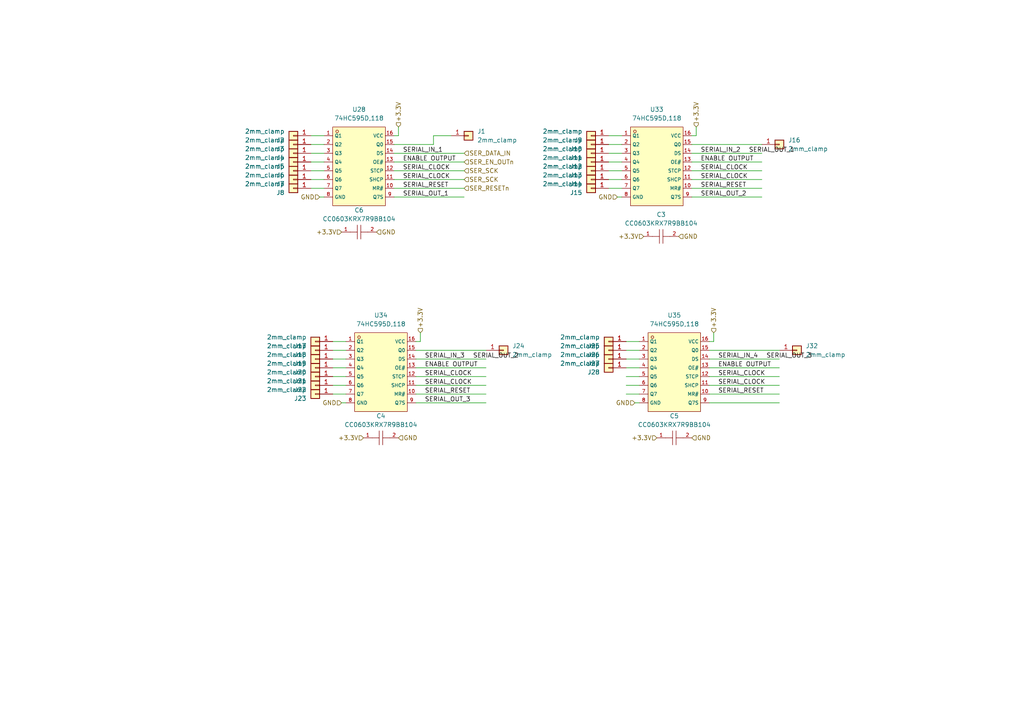
<source format=kicad_sch>
(kicad_sch (version 20230121) (generator eeschema)
  (paper "A4")
  (lib_symbols
    (symbol "74HC595D,118:74HC595D,118"
      (property "Reference" "U" (at 0 1.27 0))
      (property "Value" "74HC595D,118" (at 0 -2.54 0))
      (symbol "74HC595D,118_0_1"
        (rectangle (start -7.62 11.43) (end 7.62 -11.43) (fill (type background)))
        (circle (center -6.35 10.16) (radius 0.381) (fill (type background)))
        (pin unspecified line (at -10.16 8.89 0) (length 2.54) (name "Q1") (number "1"))
        (pin unspecified line (at 10.16 -6.35 180) (length 2.54) (name "MR#") (number "10"))
        (pin unspecified line (at 10.16 -3.81 180) (length 2.54) (name "SHCP") (number "11"))
        (pin unspecified line (at 10.16 -1.27 180) (length 2.54) (name "STCP") (number "12"))
        (pin unspecified line (at 10.16 1.27 180) (length 2.54) (name "OE#") (number "13"))
        (pin unspecified line (at 10.16 3.81 180) (length 2.54) (name "DS") (number "14"))
        (pin unspecified line (at 10.16 6.35 180) (length 2.54) (name "Q0") (number "15"))
        (pin unspecified line (at 10.16 8.89 180) (length 2.54) (name "VCC") (number "16"))
        (pin unspecified line (at -10.16 6.35 0) (length 2.54) (name "Q2") (number "2"))
        (pin unspecified line (at -10.16 3.81 0) (length 2.54) (name "Q3") (number "3"))
        (pin unspecified line (at -10.16 1.27 0) (length 2.54) (name "Q4") (number "4"))
        (pin unspecified line (at -10.16 -1.27 0) (length 2.54) (name "Q5") (number "5"))
        (pin unspecified line (at -10.16 -3.81 0) (length 2.54) (name "Q6") (number "6"))
        (pin unspecified line (at -10.16 -6.35 0) (length 2.54) (name "Q7") (number "7"))
        (pin unspecified line (at -10.16 -8.89 0) (length 2.54) (name "GND") (number "8"))
        (pin unspecified line (at 10.16 -8.89 180) (length 2.54) (name "Q7S") (number "9"))
      )
    )
    (symbol "CC0603KRX7R9BB104:CC0603KRX7R9BB104" (pin_names hide)
      (property "Reference" "C" (at 0 1.27 0))
      (property "Value" "CC0603KRX7R9BB104" (at 0 -2.54 0))
      (symbol "CC0603KRX7R9BB104_0_1"
        (polyline (pts (xy -0.508 -2.032) (xy -0.508 2.032)))
        (polyline (pts (xy -0.508 0) (xy -2.54 0)))
        (polyline (pts (xy 0.508 2.032) (xy 0.508 -2.032)))
        (polyline (pts (xy 2.54 0) (xy 0.508 0)))
        (pin unspecified line (at -5.08 0 0) (length 2.54) (name "1") (number "1"))
        (pin unspecified line (at 5.08 0 180) (length 2.54) (name "2") (number "2"))
      )
    )
    (symbol "fun_box:2mm_clamp" (pin_names (offset 1.016) hide)
      (property "Reference" "J" (at 0 2.54 0))
      (property "Value" "2mm_clamp" (at 0 -2.54 0))
      (symbol "2mm_clamp_1_1"
        (rectangle (start -1.27 0.127) (end 0 -0.127) (stroke (width 0.1524)))
        (rectangle (start -1.27 1.27) (end 1.27 -1.27) (stroke (width 0.254)) (fill (type background)))
        (pin passive line (at -5.08 0 0) (length 3.81) (name "Pin_1") (number "1"))
      )
    )
  )
  (wire (pts (xy 207.01 99.06) (xy 205.74 99.06)))
  (wire (pts (xy 96.52 111.76) (xy 100.33 111.76)))
  (wire (pts (xy 114.3 44.45) (xy 134.62 44.45)))
  (wire (pts (xy 181.61 101.6) (xy 185.42 101.6)))
  (wire (pts (xy 205.74 111.76) (xy 226.06 111.76)))
  (wire (pts (xy 90.17 44.45) (xy 93.98 44.45)))
  (wire (pts (xy 181.61 109.22) (xy 185.42 109.22)))
  (wire (pts (xy 90.17 41.91) (xy 93.98 41.91)))
  (wire (pts (xy 176.53 41.91) (xy 180.34 41.91)))
  (wire (pts (xy 96.52 106.68) (xy 100.33 106.68)))
  (wire (pts (xy 120.65 111.76) (xy 140.97 111.76)))
  (wire (pts (xy 114.3 46.99) (xy 134.62 46.99)))
  (wire (pts (xy 96.52 101.6) (xy 100.33 101.6)))
  (wire (pts (xy 205.74 116.84) (xy 226.06 116.84)))
  (wire (pts (xy 125.73 41.91) (xy 114.3 41.91)))
  (wire (pts (xy 200.66 49.53) (xy 220.98 49.53)))
  (wire (pts (xy 226.06 101.6) (xy 205.74 101.6)))
  (wire (pts (xy 114.3 49.53) (xy 134.62 49.53)))
  (wire (pts (xy 96.52 99.06) (xy 100.33 99.06)))
  (wire (pts (xy 176.53 39.37) (xy 180.34 39.37)))
  (wire (pts (xy 205.74 114.3) (xy 226.06 114.3)))
  (wire (pts (xy 130.81 39.37) (xy 125.73 39.37)))
  (wire (pts (xy 120.65 109.22) (xy 140.97 109.22)))
  (wire (pts (xy 176.53 46.99) (xy 180.34 46.99)))
  (wire (pts (xy 181.61 114.3) (xy 185.42 114.3)))
  (wire (pts (xy 181.61 111.76) (xy 185.42 111.76)))
  (wire (pts (xy 115.57 36.83) (xy 115.57 39.37)))
  (wire (pts (xy 176.53 54.61) (xy 180.34 54.61)))
  (wire (pts (xy 114.3 52.07) (xy 134.62 52.07)))
  (wire (pts (xy 96.52 114.3) (xy 100.33 114.3)))
  (wire (pts (xy 181.61 99.06) (xy 185.42 99.06)))
  (wire (pts (xy 205.74 106.68) (xy 226.06 106.68)))
  (wire (pts (xy 120.65 116.84) (xy 140.97 116.84)))
  (wire (pts (xy 99.06 116.84) (xy 100.33 116.84)))
  (wire (pts (xy 90.17 39.37) (xy 93.98 39.37)))
  (wire (pts (xy 90.17 52.07) (xy 93.98 52.07)))
  (wire (pts (xy 200.66 52.07) (xy 220.98 52.07)))
  (wire (pts (xy 120.65 114.3) (xy 140.97 114.3)))
  (wire (pts (xy 140.97 101.6) (xy 120.65 101.6)))
  (wire (pts (xy 92.71 57.15) (xy 93.98 57.15)))
  (wire (pts (xy 96.52 104.14) (xy 100.33 104.14)))
  (wire (pts (xy 200.66 46.99) (xy 220.98 46.99)))
  (wire (pts (xy 114.3 57.15) (xy 134.62 57.15)))
  (wire (pts (xy 200.66 54.61) (xy 220.98 54.61)))
  (wire (pts (xy 114.3 54.61) (xy 134.62 54.61)))
  (wire (pts (xy 181.61 104.14) (xy 185.42 104.14)))
  (wire (pts (xy 96.52 109.22) (xy 100.33 109.22)))
  (wire (pts (xy 176.53 49.53) (xy 180.34 49.53)))
  (wire (pts (xy 120.65 104.14) (xy 140.97 104.14)))
  (wire (pts (xy 115.57 39.37) (xy 114.3 39.37)))
  (wire (pts (xy 125.73 39.37) (xy 125.73 41.91)))
  (wire (pts (xy 121.92 99.06) (xy 120.65 99.06)))
  (wire (pts (xy 205.74 104.14) (xy 226.06 104.14)))
  (wire (pts (xy 184.15 116.84) (xy 185.42 116.84)))
  (wire (pts (xy 207.01 96.52) (xy 207.01 99.06)))
  (wire (pts (xy 179.07 57.15) (xy 180.34 57.15)))
  (wire (pts (xy 121.92 96.52) (xy 121.92 99.06)))
  (wire (pts (xy 176.53 44.45) (xy 180.34 44.45)))
  (wire (pts (xy 201.93 36.83) (xy 201.93 39.37)))
  (wire (pts (xy 205.74 109.22) (xy 226.06 109.22)))
  (wire (pts (xy 90.17 54.61) (xy 93.98 54.61)))
  (wire (pts (xy 220.98 41.91) (xy 200.66 41.91)))
  (wire (pts (xy 200.66 57.15) (xy 220.98 57.15)))
  (wire (pts (xy 90.17 49.53) (xy 93.98 49.53)))
  (wire (pts (xy 201.93 39.37) (xy 200.66 39.37)))
  (wire (pts (xy 120.65 106.68) (xy 140.97 106.68)))
  (wire (pts (xy 90.17 46.99) (xy 93.98 46.99)))
  (wire (pts (xy 200.66 44.45) (xy 220.98 44.45)))
  (wire (pts (xy 181.61 106.68) (xy 185.42 106.68)))
  (wire (pts (xy 176.53 52.07) (xy 180.34 52.07)))
  (label "SERIAL_CLOCK" (at 203.2 49.53 0))
  (label "SERIAL_CLOCK" (at 208.28 109.22 0))
  (label "SERIAL_CLOCK" (at 116.84 52.07 0))
  (label "SERIAL_OUT_3" (at 222.25 104.14 0))
  (label "SERIAL_OUT_3" (at 123.19 116.84 0))
  (label "SERIAL_OUT_2" (at 203.2 57.15 0))
  (label "SERIAL_RESET" (at 123.19 114.3 0))
  (label "SERIAL_IN_1" (at 116.84 44.45 0))
  (label "SERIAL_CLOCK" (at 208.28 111.76 0))
  (label "ENABLE OUTPUT" (at 116.84 46.99 0))
  (label "ENABLE OUTPUT" (at 123.19 106.68 0))
  (label "SERIAL_OUT_2" (at 137.16 104.14 0))
  (label "SERIAL_RESET" (at 203.2 54.61 0))
  (label "SERIAL_CLOCK" (at 116.84 49.53 0))
  (label "SERIAL_OUT_1" (at 116.84 57.15 0))
  (label "SERIAL_CLOCK" (at 203.2 52.07 0))
  (label "SERIAL_IN_4" (at 208.28 104.14 0))
  (label "ENABLE OUTPUT" (at 203.2 46.99 0))
  (label "SERIAL_RESET" (at 208.28 114.3 0))
  (label "SERIAL_CLOCK" (at 123.19 109.22 0))
  (label "SERIAL_IN_2" (at 203.2 44.45 0))
  (label "SERIAL_CLOCK" (at 123.19 111.76 0))
  (label "SERIAL_IN_3" (at 123.19 104.14 0))
  (label "SERIAL_RESET" (at 116.84 54.61 0))
  (label "ENABLE OUTPUT" (at 208.28 106.68 0))
  (label "SERIAL_OUT_1" (at 217.17 44.45 0))
  (hierarchical_label "SER_RESETn" (shape input) (at 134.62 54.61 0))
  (hierarchical_label "+3.3V" (shape input) (at 201.93 36.83 90))
  (hierarchical_label "+3.3V" (shape input) (at 105.41 127 180))
  (hierarchical_label "+3.3V" (shape input) (at 99.06 67.31 180))
  (hierarchical_label "SER_EN_OUTn" (shape input) (at 134.62 46.99 0))
  (hierarchical_label "SER_SCK" (shape input) (at 134.62 49.53 0))
  (hierarchical_label "+3.3V" (shape input) (at 115.57 36.83 90))
  (hierarchical_label "GND" (shape input) (at 196.85 68.58 0))
  (hierarchical_label "GND" (shape input) (at 115.57 127 0))
  (hierarchical_label "+3.3V" (shape input) (at 186.69 68.58 180))
  (hierarchical_label "GND" (shape input) (at 184.15 116.84 180))
  (hierarchical_label "+3.3V" (shape input) (at 190.5 127 180))
  (hierarchical_label "+3.3V" (shape input) (at 121.92 96.52 90))
  (hierarchical_label "+3.3V" (shape input) (at 207.01 96.52 90))
  (hierarchical_label "GND" (shape input) (at 179.07 57.15 180))
  (hierarchical_label "GND" (shape input) (at 99.06 116.84 180))
  (hierarchical_label "GND" (shape input) (at 200.66 127 0))
  (hierarchical_label "GND" (shape input) (at 92.71 57.15 180))
  (hierarchical_label "SER_DATA_IN" (shape input) (at 134.62 44.45 0))
  (hierarchical_label "GND" (shape input) (at 109.22 67.31 0))
  (hierarchical_label "SER_SCK" (shape input) (at 134.62 52.07 0))
  (symbol (lib_id "fun_box:2mm_clamp") (at 146.05 101.6 0) (unit 1)
    (property "Reference" "J24" (at 148.59 100.33 0) (effects (justify left)))
    (property "Value" "2mm_clamp" (at 148.59 102.87 0) (effects (justify left)))
    (property "Footprint" "Fun_box:2mm testlead, screw-clamp" (effects hide))
    (property "Datasheet" "https://www.aliexpress.com/item/1005003745780405.html?spm=a2g0o.order_list.order_list_main.12.1f5c18020OVUCx" (effects hide))
    (instances (project "Fun_Box" (path "" (reference "J24") (unit 1)) (path "" (reference "J24") (unit 1)) (path "" (reference "J24") (unit 1)) (path "" (reference "J45") (unit 1))))
  )
  (symbol (lib_id "CC0603KRX7R9BB104:CC0603KRX7R9BB104") (at 104.14 67.31 0) (unit 1)
    (property "Reference" "C6" (at 104.14 60.96 0))
    (property "Value" "CC0603KRX7R9BB104" (at 104.14 63.5 0))
    (property "Footprint" "footprint:C0603" (effects hide))
    (property "Datasheet" "https://item.szlcsc.com/362304.html" (effects hide))
    (property "LCSC" "C14663" (effects hide))
    (instances (project "Fun_Box" (path "" (reference "C6") (unit 1)) (path "" (reference "C1") (unit 1)) (path "" (reference "C1") (unit 1)) (path "" (reference "C16") (unit 1))))
  )
  (symbol (lib_id "fun_box:2mm_clamp") (at 231.14 101.6 0) (unit 1)
    (property "Reference" "J32" (at 233.68 100.33 0) (effects (justify left)))
    (property "Value" "2mm_clamp" (at 233.68 102.87 0) (effects (justify left)))
    (property "Footprint" "Fun_box:2mm testlead, screw-clamp" (effects hide))
    (property "Datasheet" "https://www.aliexpress.com/item/1005003745780405.html?spm=a2g0o.order_list.order_list_main.12.1f5c18020OVUCx" (effects hide))
    (instances (project "Fun_Box" (path "" (reference "J32") (unit 1)) (path "" (reference "J29") (unit 1)) (path "" (reference "J29") (unit 1)) (path "" (reference "J58") (unit 1))))
  )
  (symbol (lib_id "fun_box:2mm_clamp") (at 171.45 44.45 180) (unit 1)
    (property "Reference" "J11" (at 168.91 45.72 0) (effects (justify left)))
    (property "Value" "2mm_clamp" (at 168.91 43.18 0) (effects (justify left)))
    (property "Footprint" "Fun_box:2mm testlead, screw-clamp" (effects hide))
    (property "Datasheet" "https://www.aliexpress.com/item/1005003745780405.html?spm=a2g0o.order_list.order_list_main.12.1f5c18020OVUCx" (effects hide))
    (instances (project "Fun_Box" (path "" (reference "J11") (unit 1)) (path "" (reference "J11") (unit 1)) (path "" (reference "J11") (unit 1)) (path "" (reference "J48") (unit 1))))
  )
  (symbol (lib_id "74HC595D,118:74HC595D,118") (at 195.58 107.95 0) (unit 1)
    (property "Reference" "U35" (at 195.58 91.44 0))
    (property "Value" "74HC595D,118" (at 195.58 93.98 0))
    (property "Footprint" "footprint:SOIC-16_L9.9-W3.9-P1.27-LS6.0-BL" (effects hide))
    (property "Datasheet" "http://datasheet.octopart.com/MC14076BDR2G-ON-Semiconductor-datasheet-608107.pdf" (effects hide))
    (property "LCSC" "C5947" (effects hide))
    (instances (project "Fun_Box" (path "" (reference "U35") (unit 1)) (path "" (reference "U40") (unit 1)) (path "" (reference "U40") (unit 1)) (path "" (reference "U58") (unit 1))))
  )
  (symbol (lib_id "fun_box:2mm_clamp") (at 91.44 104.14 180) (unit 1)
    (property "Reference" "J19" (at 88.9 105.41 0) (effects (justify left)))
    (property "Value" "2mm_clamp" (at 88.9 102.87 0) (effects (justify left)))
    (property "Footprint" "Fun_box:2mm testlead, screw-clamp" (effects hide))
    (property "Datasheet" "https://www.aliexpress.com/item/1005003745780405.html?spm=a2g0o.order_list.order_list_main.12.1f5c18020OVUCx" (effects hide))
    (instances (project "Fun_Box" (path "" (reference "J19") (unit 1)) (path "" (reference "J19") (unit 1)) (path "" (reference "J19") (unit 1)) (path "" (reference "J39") (unit 1))))
  )
  (symbol (lib_id "fun_box:2mm_clamp") (at 91.44 99.06 180) (unit 1)
    (property "Reference" "J17" (at 88.9 100.33 0) (effects (justify left)))
    (property "Value" "2mm_clamp" (at 88.9 97.79 0) (effects (justify left)))
    (property "Footprint" "Fun_box:2mm testlead, screw-clamp" (effects hide))
    (property "Datasheet" "https://www.aliexpress.com/item/1005003745780405.html?spm=a2g0o.order_list.order_list_main.12.1f5c18020OVUCx" (effects hide))
    (instances (project "Fun_Box" (path "" (reference "J17") (unit 1)) (path "" (reference "J17") (unit 1)) (path "" (reference "J17") (unit 1)) (path "" (reference "J37") (unit 1))))
  )
  (symbol (lib_id "fun_box:2mm_clamp") (at 91.44 106.68 180) (unit 1)
    (property "Reference" "J20" (at 88.9 107.95 0) (effects (justify left)))
    (property "Value" "2mm_clamp" (at 88.9 105.41 0) (effects (justify left)))
    (property "Footprint" "Fun_box:2mm testlead, screw-clamp" (effects hide))
    (property "Datasheet" "https://www.aliexpress.com/item/1005003745780405.html?spm=a2g0o.order_list.order_list_main.12.1f5c18020OVUCx" (effects hide))
    (instances (project "Fun_Box" (path "" (reference "J20") (unit 1)) (path "" (reference "J20") (unit 1)) (path "" (reference "J20") (unit 1)) (path "" (reference "J40") (unit 1))))
  )
  (symbol (lib_id "CC0603KRX7R9BB104:CC0603KRX7R9BB104") (at 191.77 68.58 0) (unit 1)
    (property "Reference" "C3" (at 191.77 62.23 0))
    (property "Value" "CC0603KRX7R9BB104" (at 191.77 64.77 0))
    (property "Footprint" "footprint:C0603" (effects hide))
    (property "Datasheet" "https://item.szlcsc.com/362304.html" (effects hide))
    (property "LCSC" "C14663" (effects hide))
    (instances (project "Fun_Box" (path "" (reference "C3") (unit 1)) (path "" (reference "C4") (unit 1)) (path "" (reference "C4") (unit 1)) (path "" (reference "C18") (unit 1))))
  )
  (symbol (lib_id "fun_box:2mm_clamp") (at 176.53 101.6 180) (unit 1)
    (property "Reference" "J26" (at 173.99 102.87 0) (effects (justify left)))
    (property "Value" "2mm_clamp" (at 173.99 100.33 0) (effects (justify left)))
    (property "Footprint" "Fun_box:2mm testlead, screw-clamp" (effects hide))
    (property "Datasheet" "https://www.aliexpress.com/item/1005003745780405.html?spm=a2g0o.order_list.order_list_main.12.1f5c18020OVUCx" (effects hide))
    (instances (project "Fun_Box" (path "" (reference "J26") (unit 1)) (path "" (reference "J26") (unit 1)) (path "" (reference "J26") (unit 1)) (path "" (reference "J54") (unit 1))))
  )
  (symbol (lib_id "fun_box:2mm_clamp") (at 171.45 52.07 180) (unit 1)
    (property "Reference" "J14" (at 168.91 53.34 0) (effects (justify left)))
    (property "Value" "2mm_clamp" (at 168.91 50.8 0) (effects (justify left)))
    (property "Footprint" "Fun_box:2mm testlead, screw-clamp" (effects hide))
    (property "Datasheet" "https://www.aliexpress.com/item/1005003745780405.html?spm=a2g0o.order_list.order_list_main.12.1f5c18020OVUCx" (effects hide))
    (instances (project "Fun_Box" (path "" (reference "J14") (unit 1)) (path "" (reference "J14") (unit 1)) (path "" (reference "J14") (unit 1)) (path "" (reference "J51") (unit 1))))
  )
  (symbol (lib_id "fun_box:2mm_clamp") (at 85.09 46.99 180) (unit 1)
    (property "Reference" "J5" (at 82.55 48.26 0) (effects (justify left)))
    (property "Value" "2mm_clamp" (at 82.55 45.72 0) (effects (justify left)))
    (property "Footprint" "Fun_box:2mm testlead, screw-clamp" (effects hide))
    (property "Datasheet" "https://www.aliexpress.com/item/1005003745780405.html?spm=a2g0o.order_list.order_list_main.12.1f5c18020OVUCx" (effects hide))
    (instances (project "Fun_Box" (path "" (reference "J5") (unit 1)) (path "" (reference "J4") (unit 1)) (path "" (reference "J4") (unit 1)) (path "" (reference "J33") (unit 1))))
  )
  (symbol (lib_id "fun_box:2mm_clamp") (at 85.09 52.07 180) (unit 1)
    (property "Reference" "J7" (at 82.55 53.34 0) (effects (justify left)))
    (property "Value" "2mm_clamp" (at 82.55 50.8 0) (effects (justify left)))
    (property "Footprint" "Fun_box:2mm testlead, screw-clamp" (effects hide))
    (property "Datasheet" "https://www.aliexpress.com/item/1005003745780405.html?spm=a2g0o.order_list.order_list_main.12.1f5c18020OVUCx" (effects hide))
    (instances (project "Fun_Box" (path "" (reference "J7") (unit 1)) (path "" (reference "J6") (unit 1)) (path "" (reference "J6") (unit 1)) (path "" (reference "J35") (unit 1))))
  )
  (symbol (lib_id "fun_box:2mm_clamp") (at 171.45 46.99 180) (unit 1)
    (property "Reference" "J12" (at 168.91 48.26 0) (effects (justify left)))
    (property "Value" "2mm_clamp" (at 168.91 45.72 0) (effects (justify left)))
    (property "Footprint" "Fun_box:2mm testlead, screw-clamp" (effects hide))
    (property "Datasheet" "https://www.aliexpress.com/item/1005003745780405.html?spm=a2g0o.order_list.order_list_main.12.1f5c18020OVUCx" (effects hide))
    (instances (project "Fun_Box" (path "" (reference "J12") (unit 1)) (path "" (reference "J12") (unit 1)) (path "" (reference "J12") (unit 1)) (path "" (reference "J49") (unit 1))))
  )
  (symbol (lib_id "fun_box:2mm_clamp") (at 135.89 39.37 0) (unit 1)
    (property "Reference" "J1" (at 138.43 38.1 0) (effects (justify left)))
    (property "Value" "2mm_clamp" (at 138.43 40.64 0) (effects (justify left)))
    (property "Footprint" "Fun_box:2mm testlead, screw-clamp" (effects hide))
    (property "Datasheet" "https://www.aliexpress.com/item/1005003745780405.html?spm=a2g0o.order_list.order_list_main.12.1f5c18020OVUCx" (effects hide))
    (instances (project "Fun_Box" (path "" (reference "J1") (unit 1)) (path "" (reference "J8") (unit 1)) (path "" (reference "J8") (unit 1)) (path "" (reference "J44") (unit 1))))
  )
  (symbol (lib_id "fun_box:2mm_clamp") (at 176.53 99.06 180) (unit 1)
    (property "Reference" "J25" (at 173.99 100.33 0) (effects (justify left)))
    (property "Value" "2mm_clamp" (at 173.99 97.79 0) (effects (justify left)))
    (property "Footprint" "Fun_box:2mm testlead, screw-clamp" (effects hide))
    (property "Datasheet" "https://www.aliexpress.com/item/1005003745780405.html?spm=a2g0o.order_list.order_list_main.12.1f5c18020OVUCx" (effects hide))
    (instances (project "Fun_Box" (path "" (reference "J25") (unit 1)) (path "" (reference "J25") (unit 1)) (path "" (reference "J25") (unit 1)) (path "" (reference "J53") (unit 1))))
  )
  (symbol (lib_id "fun_box:2mm_clamp") (at 85.09 54.61 180) (unit 1)
    (property "Reference" "J8" (at 82.55 55.88 0) (effects (justify left)))
    (property "Value" "2mm_clamp" (at 82.55 53.34 0) (effects (justify left)))
    (property "Footprint" "Fun_box:2mm testlead, screw-clamp" (effects hide))
    (property "Datasheet" "https://www.aliexpress.com/item/1005003745780405.html?spm=a2g0o.order_list.order_list_main.12.1f5c18020OVUCx" (effects hide))
    (instances (project "Fun_Box" (path "" (reference "J8") (unit 1)) (path "" (reference "J7") (unit 1)) (path "" (reference "J7") (unit 1)) (path "" (reference "J36") (unit 1))))
  )
  (symbol (lib_id "fun_box:2mm_clamp") (at 85.09 41.91 180) (unit 1)
    (property "Reference" "J3" (at 82.55 43.18 0) (effects (justify left)))
    (property "Value" "2mm_clamp" (at 82.55 40.64 0) (effects (justify left)))
    (property "Footprint" "Fun_box:2mm testlead, screw-clamp" (effects hide))
    (property "Datasheet" "https://www.aliexpress.com/item/1005003745780405.html?spm=a2g0o.order_list.order_list_main.12.1f5c18020OVUCx" (effects hide))
    (instances (project "Fun_Box" (path "" (reference "J3") (unit 1)) (path "" (reference "J2") (unit 1)) (path "" (reference "J2") (unit 1)) (path "" (reference "J31") (unit 1))))
  )
  (symbol (lib_id "fun_box:2mm_clamp") (at 176.53 106.68 180) (unit 1)
    (property "Reference" "J28" (at 173.99 107.95 0) (effects (justify left)))
    (property "Value" "2mm_clamp" (at 173.99 105.41 0) (effects (justify left)))
    (property "Footprint" "Fun_box:2mm testlead, screw-clamp" (effects hide))
    (property "Datasheet" "https://www.aliexpress.com/item/1005003745780405.html?spm=a2g0o.order_list.order_list_main.12.1f5c18020OVUCx" (effects hide))
    (instances (project "Fun_Box" (path "" (reference "J28") (unit 1)) (path "" (reference "J28") (unit 1)) (path "" (reference "J28") (unit 1)) (path "" (reference "J56") (unit 1))))
  )
  (symbol (lib_id "fun_box:2mm_clamp") (at 85.09 44.45 180) (unit 1)
    (property "Reference" "J4" (at 82.55 45.72 0) (effects (justify left)))
    (property "Value" "2mm_clamp" (at 82.55 43.18 0) (effects (justify left)))
    (property "Footprint" "Fun_box:2mm testlead, screw-clamp" (effects hide))
    (property "Datasheet" "https://www.aliexpress.com/item/1005003745780405.html?spm=a2g0o.order_list.order_list_main.12.1f5c18020OVUCx" (effects hide))
    (instances (project "Fun_Box" (path "" (reference "J4") (unit 1)) (path "" (reference "J3") (unit 1)) (path "" (reference "J3") (unit 1)) (path "" (reference "J32") (unit 1))))
  )
  (symbol (lib_id "fun_box:2mm_clamp") (at 91.44 111.76 180) (unit 1)
    (property "Reference" "J22" (at 88.9 113.03 0) (effects (justify left)))
    (property "Value" "2mm_clamp" (at 88.9 110.49 0) (effects (justify left)))
    (property "Footprint" "Fun_box:2mm testlead, screw-clamp" (effects hide))
    (property "Datasheet" "https://www.aliexpress.com/item/1005003745780405.html?spm=a2g0o.order_list.order_list_main.12.1f5c18020OVUCx" (effects hide))
    (instances (project "Fun_Box" (path "" (reference "J22") (unit 1)) (path "" (reference "J22") (unit 1)) (path "" (reference "J22") (unit 1)) (path "" (reference "J42") (unit 1))))
  )
  (symbol (lib_id "CC0603KRX7R9BB104:CC0603KRX7R9BB104") (at 195.58 127 0) (unit 1)
    (property "Reference" "C5" (at 195.58 120.65 0))
    (property "Value" "CC0603KRX7R9BB104" (at 195.58 123.19 0))
    (property "Footprint" "footprint:C0603" (effects hide))
    (property "Datasheet" "https://item.szlcsc.com/362304.html" (effects hide))
    (property "LCSC" "C14663" (effects hide))
    (instances (project "Fun_Box" (path "" (reference "C5") (unit 1)) (path "" (reference "C11") (unit 1)) (path "" (reference "C11") (unit 1)) (path "" (reference "C19") (unit 1))))
  )
  (symbol (lib_id "74HC595D,118:74HC595D,118") (at 110.49 107.95 0) (unit 1)
    (property "Reference" "U34" (at 110.49 91.44 0))
    (property "Value" "74HC595D,118" (at 110.49 93.98 0))
    (property "Footprint" "footprint:SOIC-16_L9.9-W3.9-P1.27-LS6.0-BL" (effects hide))
    (property "Datasheet" "http://datasheet.octopart.com/MC14076BDR2G-ON-Semiconductor-datasheet-608107.pdf" (effects hide))
    (property "LCSC" "C5947" (effects hide))
    (instances (project "Fun_Box" (path "" (reference "U34") (unit 1)) (path "" (reference "U32") (unit 1)) (path "" (reference "U32") (unit 1)) (path "" (reference "U53") (unit 1))))
  )
  (symbol (lib_id "fun_box:2mm_clamp") (at 85.09 39.37 180) (unit 1)
    (property "Reference" "J2" (at 82.55 40.64 0) (effects (justify left)))
    (property "Value" "2mm_clamp" (at 82.55 38.1 0) (effects (justify left)))
    (property "Footprint" "Fun_box:2mm testlead, screw-clamp" (effects hide))
    (property "Datasheet" "https://www.aliexpress.com/item/1005003745780405.html?spm=a2g0o.order_list.order_list_main.12.1f5c18020OVUCx" (effects hide))
    (instances (project "Fun_Box" (path "" (reference "J2") (unit 1)) (path "" (reference "J1") (unit 1)) (path "" (reference "J1") (unit 1)) (path "" (reference "J30") (unit 1))))
  )
  (symbol (lib_id "fun_box:2mm_clamp") (at 171.45 39.37 180) (unit 1)
    (property "Reference" "J9" (at 168.91 40.64 0) (effects (justify left)))
    (property "Value" "2mm_clamp" (at 168.91 38.1 0) (effects (justify left)))
    (property "Footprint" "Fun_box:2mm testlead, screw-clamp" (effects hide))
    (property "Datasheet" "https://www.aliexpress.com/item/1005003745780405.html?spm=a2g0o.order_list.order_list_main.12.1f5c18020OVUCx" (effects hide))
    (instances (project "Fun_Box" (path "" (reference "J9") (unit 1)) (path "" (reference "J9") (unit 1)) (path "" (reference "J9") (unit 1)) (path "" (reference "J46") (unit 1))))
  )
  (symbol (lib_id "fun_box:2mm_clamp") (at 91.44 101.6 180) (unit 1)
    (property "Reference" "J18" (at 88.9 102.87 0) (effects (justify left)))
    (property "Value" "2mm_clamp" (at 88.9 100.33 0) (effects (justify left)))
    (property "Footprint" "Fun_box:2mm testlead, screw-clamp" (effects hide))
    (property "Datasheet" "https://www.aliexpress.com/item/1005003745780405.html?spm=a2g0o.order_list.order_list_main.12.1f5c18020OVUCx" (effects hide))
    (instances (project "Fun_Box" (path "" (reference "J18") (unit 1)) (path "" (reference "J18") (unit 1)) (path "" (reference "J18") (unit 1)) (path "" (reference "J38") (unit 1))))
  )
  (symbol (lib_id "fun_box:2mm_clamp") (at 176.53 104.14 180) (unit 1)
    (property "Reference" "J27" (at 173.99 105.41 0) (effects (justify left)))
    (property "Value" "2mm_clamp" (at 173.99 102.87 0) (effects (justify left)))
    (property "Footprint" "Fun_box:2mm testlead, screw-clamp" (effects hide))
    (property "Datasheet" "https://www.aliexpress.com/item/1005003745780405.html?spm=a2g0o.order_list.order_list_main.12.1f5c18020OVUCx" (effects hide))
    (instances (project "Fun_Box" (path "" (reference "J27") (unit 1)) (path "" (reference "J27") (unit 1)) (path "" (reference "J27") (unit 1)) (path "" (reference "J55") (unit 1))))
  )
  (symbol (lib_id "fun_box:2mm_clamp") (at 226.06 41.91 0) (unit 1)
    (property "Reference" "J16" (at 228.6 40.64 0) (effects (justify left)))
    (property "Value" "2mm_clamp" (at 228.6 43.18 0) (effects (justify left)))
    (property "Footprint" "Fun_box:2mm testlead, screw-clamp" (effects hide))
    (property "Datasheet" "https://www.aliexpress.com/item/1005003745780405.html?spm=a2g0o.order_list.order_list_main.12.1f5c18020OVUCx" (effects hide))
    (instances (project "Fun_Box" (path "" (reference "J16") (unit 1)) (path "" (reference "J16") (unit 1)) (path "" (reference "J16") (unit 1)) (path "" (reference "J57") (unit 1))))
  )
  (symbol (lib_id "CC0603KRX7R9BB104:CC0603KRX7R9BB104") (at 110.49 127 0) (unit 1)
    (property "Reference" "C4" (at 110.49 120.65 0))
    (property "Value" "CC0603KRX7R9BB104" (at 110.49 123.19 0))
    (property "Footprint" "footprint:C0603" (effects hide))
    (property "Datasheet" "https://item.szlcsc.com/362304.html" (effects hide))
    (property "LCSC" "C14663" (effects hide))
    (instances (project "Fun_Box" (path "" (reference "C4") (unit 1)) (path "" (reference "C7") (unit 1)) (path "" (reference "C7") (unit 1)) (path "" (reference "C17") (unit 1))))
  )
  (symbol (lib_id "74HC595D,118:74HC595D,118") (at 190.5 48.26 0) (unit 1)
    (property "Reference" "U33" (at 190.5 31.75 0))
    (property "Value" "74HC595D,118" (at 190.5 34.29 0))
    (property "Footprint" "footprint:SOIC-16_L9.9-W3.9-P1.27-LS6.0-BL" (effects hide))
    (property "Datasheet" "http://datasheet.octopart.com/MC14076BDR2G-ON-Semiconductor-datasheet-608107.pdf" (effects hide))
    (property "LCSC" "C5947" (effects hide))
    (instances (project "Fun_Box" (path "" (reference "U33") (unit 1)) (path "" (reference "U19") (unit 1)) (path "" (reference "U19") (unit 1)) (path "" (reference "U54") (unit 1))))
  )
  (symbol (lib_id "fun_box:2mm_clamp") (at 85.09 49.53 180) (unit 1)
    (property "Reference" "J6" (at 82.55 50.8 0) (effects (justify left)))
    (property "Value" "2mm_clamp" (at 82.55 48.26 0) (effects (justify left)))
    (property "Footprint" "Fun_box:2mm testlead, screw-clamp" (effects hide))
    (property "Datasheet" "https://www.aliexpress.com/item/1005003745780405.html?spm=a2g0o.order_list.order_list_main.12.1f5c18020OVUCx" (effects hide))
    (instances (project "Fun_Box" (path "" (reference "J6") (unit 1)) (path "" (reference "J5") (unit 1)) (path "" (reference "J5") (unit 1)) (path "" (reference "J34") (unit 1))))
  )
  (symbol (lib_id "fun_box:2mm_clamp") (at 171.45 54.61 180) (unit 1)
    (property "Reference" "J15" (at 168.91 55.88 0) (effects (justify left)))
    (property "Value" "2mm_clamp" (at 168.91 53.34 0) (effects (justify left)))
    (property "Footprint" "Fun_box:2mm testlead, screw-clamp" (effects hide))
    (property "Datasheet" "https://www.aliexpress.com/item/1005003745780405.html?spm=a2g0o.order_list.order_list_main.12.1f5c18020OVUCx" (effects hide))
    (instances (project "Fun_Box" (path "" (reference "J15") (unit 1)) (path "" (reference "J15") (unit 1)) (path "" (reference "J15") (unit 1)) (path "" (reference "J52") (unit 1))))
  )
  (symbol (lib_id "74HC595D,118:74HC595D,118") (at 104.14 48.26 0) (unit 1)
    (property "Reference" "U28" (at 104.14 31.75 0))
    (property "Value" "74HC595D,118" (at 104.14 34.29 0))
    (property "Footprint" "footprint:SOIC-16_L9.9-W3.9-P1.27-LS6.0-BL" (effects hide))
    (property "Datasheet" "http://datasheet.octopart.com/MC14076BDR2G-ON-Semiconductor-datasheet-608107.pdf" (effects hide))
    (property "LCSC" "C5947" (effects hide))
    (instances (project "Fun_Box" (path "" (reference "U28") (unit 1)) (path "" (reference "U6") (unit 1)) (path "" (reference "U6") (unit 1)) (path "" (reference "U51") (unit 1))))
  )
  (symbol (lib_id "fun_box:2mm_clamp") (at 91.44 109.22 180) (unit 1)
    (property "Reference" "J21" (at 88.9 110.49 0) (effects (justify left)))
    (property "Value" "2mm_clamp" (at 88.9 107.95 0) (effects (justify left)))
    (property "Footprint" "Fun_box:2mm testlead, screw-clamp" (effects hide))
    (property "Datasheet" "https://www.aliexpress.com/item/1005003745780405.html?spm=a2g0o.order_list.order_list_main.12.1f5c18020OVUCx" (effects hide))
    (instances (project "Fun_Box" (path "" (reference "J21") (unit 1)) (path "" (reference "J21") (unit 1)) (path "" (reference "J21") (unit 1)) (path "" (reference "J41") (unit 1))))
  )
  (symbol (lib_id "fun_box:2mm_clamp") (at 91.44 114.3 180) (unit 1)
    (property "Reference" "J23" (at 88.9 115.57 0) (effects (justify left)))
    (property "Value" "2mm_clamp" (at 88.9 113.03 0) (effects (justify left)))
    (property "Footprint" "Fun_box:2mm testlead, screw-clamp" (effects hide))
    (property "Datasheet" "https://www.aliexpress.com/item/1005003745780405.html?spm=a2g0o.order_list.order_list_main.12.1f5c18020OVUCx" (effects hide))
    (instances (project "Fun_Box" (path "" (reference "J23") (unit 1)) (path "" (reference "J23") (unit 1)) (path "" (reference "J23") (unit 1)) (path "" (reference "J43") (unit 1))))
  )
  (symbol (lib_id "fun_box:2mm_clamp") (at 171.45 49.53 180) (unit 1)
    (property "Reference" "J13" (at 168.91 50.8 0) (effects (justify left)))
    (property "Value" "2mm_clamp" (at 168.91 48.26 0) (effects (justify left)))
    (property "Footprint" "Fun_box:2mm testlead, screw-clamp" (effects hide))
    (property "Datasheet" "https://www.aliexpress.com/item/1005003745780405.html?spm=a2g0o.order_list.order_list_main.12.1f5c18020OVUCx" (effects hide))
    (instances (project "Fun_Box" (path "" (reference "J13") (unit 1)) (path "" (reference "J13") (unit 1)) (path "" (reference "J13") (unit 1)) (path "" (reference "J50") (unit 1))))
  )
  (symbol (lib_id "fun_box:2mm_clamp") (at 171.45 41.91 180) (unit 1)
    (property "Reference" "J10" (at 168.91 43.18 0) (effects (justify left)))
    (property "Value" "2mm_clamp" (at 168.91 40.64 0) (effects (justify left)))
    (property "Footprint" "Fun_box:2mm testlead, screw-clamp" (effects hide))
    (property "Datasheet" "https://www.aliexpress.com/item/1005003745780405.html?spm=a2g0o.order_list.order_list_main.12.1f5c18020OVUCx" (effects hide))
    (instances (project "Fun_Box" (path "" (reference "J10") (unit 1)) (path "" (reference "J10") (unit 1)) (path "" (reference "J10") (unit 1)) (path "" (reference "J47") (unit 1))))
  )
)
</source>
